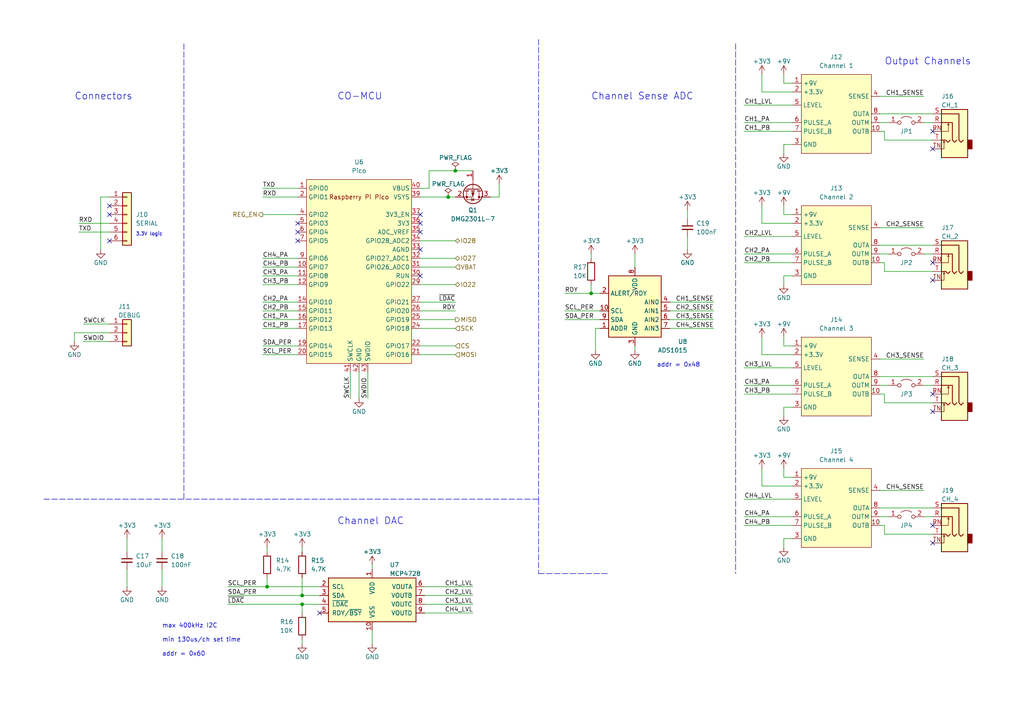
<source format=kicad_sch>
(kicad_sch (version 20211123) (generator eeschema)
  (paper "A4")
  (title_block (title "SW-3240: Main Board - Output") (date "2022-05-05") (rev "1") (company "saawsm") (comment 2 "Handles low level pulse generation using PIO") (comment 3 "Manages the channel modules. "))
  (lib_symbols
    (symbol "Analog_ADC:ADS1015IDGS"
      (property "Reference" "U" (at 2.54 13.97 0))
      (property "Value" "ADS1015IDGS" (at 7.62 11.43 0))
      (symbol "ADS1015IDGS_0_1"
        (rectangle (start -7.62 10.16) (end 7.62 -7.62) (stroke (width 0.254)) (fill (type background)))
      )
      (symbol "ADS1015IDGS_1_1"
        (pin input line (at 10.16 -5.08 180) (length 2.54) (name "ADDR") (number "1"))
        (pin input line (at 10.16 0 180) (length 2.54) (name "SCL") (number "10"))
        (pin output line (at 10.16 5.08 180) (length 2.54) (name "ALERT/RDY") (number "2"))
        (pin power_in line (at 0 -10.16 90) (length 2.54) (name "GND") (number "3"))
        (pin input line (at -10.16 2.54 0) (length 2.54) (name "AIN0") (number "4"))
        (pin input line (at -10.16 0 0) (length 2.54) (name "AIN1") (number "5"))
        (pin input line (at -10.16 -2.54 0) (length 2.54) (name "AIN2") (number "6"))
        (pin input line (at -10.16 -5.08 0) (length 2.54) (name "AIN3") (number "7"))
        (pin power_in line (at 0 12.7 270) (length 2.54) (name "VDD") (number "8"))
        (pin bidirectional line (at 10.16 -2.54 180) (length 2.54) (name "SDA") (number "9"))
      )
    )
    (symbol "Analog_DAC:MCP4728" (pin_names (offset 1.016))
      (property "Reference" "U" (at -12.7 6.35 0))
      (property "Value" "MCP4728" (at 12.7 6.35 0))
      (symbol "MCP4728_0_1"
        (rectangle (start -12.7 5.08) (end 12.7 -7.62) (stroke (width 0.254)) (fill (type background)))
      )
      (symbol "MCP4728_1_1"
        (pin power_in line (at 0 7.62 270) (length 2.54) (name "VDD") (number "1"))
        (pin power_in line (at 0 -10.16 90) (length 2.54) (name "VSS") (number "10"))
        (pin input line (at -15.24 2.54 0) (length 2.54) (name "SCL") (number "2"))
        (pin bidirectional line (at -15.24 0 0) (length 2.54) (name "SDA") (number "3"))
        (pin input line (at -15.24 -2.54 0) (length 2.54) (name "~{LDAC}") (number "4"))
        (pin output line (at -15.24 -5.08 0) (length 2.54) (name "RDY/~{BSY}") (number "5"))
        (pin output line (at 15.24 2.54 180) (length 2.54) (name "VOUTA") (number "6"))
        (pin output line (at 15.24 0 180) (length 2.54) (name "VOUTB") (number "7"))
        (pin output line (at 15.24 -2.54 180) (length 2.54) (name "VOUTC") (number "8"))
        (pin output line (at 15.24 -5.08 180) (length 2.54) (name "VOUTD") (number "9"))
      )
    )
    (symbol "Connector:AudioJack3_SwitchTR"
      (property "Reference" "J" (at 0 8.89 0))
      (property "Value" "AudioJack3_SwitchTR" (at 0 6.35 0))
      (symbol "AudioJack3_SwitchTR_0_1"
        (rectangle (start -5.08 -5.08) (end -6.35 -7.62) (stroke (width 0.254)) (fill (type outline)))
        (polyline (pts (xy 0.508 -0.254) (xy 0.762 -0.762)))
        (polyline (pts (xy 1.778 -5.334) (xy 2.032 -5.842)))
        (polyline (pts (xy 0 -5.08) (xy 0.635 -5.715) (xy 1.27 -5.08) (xy 2.54 -5.08)) (stroke (width 0.254)))
        (polyline (pts (xy 2.54 -7.62) (xy 1.778 -7.62) (xy 1.778 -5.334) (xy 1.524 -5.842)))
        (polyline (pts (xy 2.54 -2.54) (xy 0.508 -2.54) (xy 0.508 -0.254) (xy 0.254 -0.762)))
        (polyline (pts (xy -1.905 -5.08) (xy -1.27 -5.715) (xy -0.635 -5.08) (xy -0.635 0) (xy 2.54 0)) (stroke (width 0.254)))
        (polyline (pts (xy 2.54 2.54) (xy -2.54 2.54) (xy -2.54 -5.08) (xy -3.175 -5.715) (xy -3.81 -5.08)) (stroke (width 0.254)))
        (rectangle (start 2.54 3.81) (end -5.08 -10.16) (stroke (width 0.254)) (fill (type background)))
      )
      (symbol "AudioJack3_SwitchTR_1_1"
        (pin passive line (at 5.08 0 180) (length 2.54) (name "~") (number "R"))
        (pin passive line (at 5.08 -2.54 180) (length 2.54) (name "~") (number "RN"))
        (pin passive line (at 5.08 2.54 180) (length 2.54) (name "~") (number "S"))
        (pin passive line (at 5.08 -5.08 180) (length 2.54) (name "~") (number "T"))
        (pin passive line (at 5.08 -7.62 180) (length 2.54) (name "~") (number "TN"))
      )
    )
    (symbol "Connector_Generic:Conn_01x03" (pin_names (offset 1.016) hide)
      (property "Reference" "J" (at 0 5.08 0))
      (property "Value" "Conn_01x03" (at 0 -5.08 0))
      (symbol "Conn_01x03_1_1"
        (rectangle (start -1.27 -2.413) (end 0 -2.667) (stroke (width 0.1524)))
        (rectangle (start -1.27 0.127) (end 0 -0.127) (stroke (width 0.1524)))
        (rectangle (start -1.27 2.667) (end 0 2.413) (stroke (width 0.1524)))
        (rectangle (start -1.27 3.81) (end 1.27 -3.81) (stroke (width 0.254)) (fill (type background)))
        (pin passive line (at -5.08 2.54 0) (length 3.81) (name "Pin_1") (number "1"))
        (pin passive line (at -5.08 0 0) (length 3.81) (name "Pin_2") (number "2"))
        (pin passive line (at -5.08 -2.54 0) (length 3.81) (name "Pin_3") (number "3"))
      )
    )
    (symbol "Connector_Generic:Conn_01x06" (pin_names (offset 1.016) hide)
      (property "Reference" "J" (at 0 7.62 0))
      (property "Value" "Conn_01x06" (at 0 -10.16 0))
      (symbol "Conn_01x06_1_1"
        (rectangle (start -1.27 -7.493) (end 0 -7.747) (stroke (width 0.1524)))
        (rectangle (start -1.27 -4.953) (end 0 -5.207) (stroke (width 0.1524)))
        (rectangle (start -1.27 -2.413) (end 0 -2.667) (stroke (width 0.1524)))
        (rectangle (start -1.27 0.127) (end 0 -0.127) (stroke (width 0.1524)))
        (rectangle (start -1.27 2.667) (end 0 2.413) (stroke (width 0.1524)))
        (rectangle (start -1.27 5.207) (end 0 4.953) (stroke (width 0.1524)))
        (rectangle (start -1.27 6.35) (end 1.27 -8.89) (stroke (width 0.254)) (fill (type background)))
        (pin passive line (at -5.08 5.08 0) (length 3.81) (name "Pin_1") (number "1"))
        (pin passive line (at -5.08 2.54 0) (length 3.81) (name "Pin_2") (number "2"))
        (pin passive line (at -5.08 0 0) (length 3.81) (name "Pin_3") (number "3"))
        (pin passive line (at -5.08 -2.54 0) (length 3.81) (name "Pin_4") (number "4"))
        (pin passive line (at -5.08 -5.08 0) (length 3.81) (name "Pin_5") (number "5"))
        (pin passive line (at -5.08 -7.62 0) (length 3.81) (name "Pin_6") (number "6"))
      )
    )
    (symbol "Device:C_Small" (pin_numbers hide) (pin_names (offset 0.254) hide)
      (property "Reference" "C" (at 0.254 1.778 0))
      (property "Value" "C_Small" (at 0.254 -2.032 0))
      (symbol "C_Small_0_1"
        (polyline (pts (xy -1.524 -0.508) (xy 1.524 -0.508)) (stroke (width 0.3302)))
        (polyline (pts (xy -1.524 0.508) (xy 1.524 0.508)) (stroke (width 0.3048)))
      )
      (symbol "C_Small_1_1"
        (pin passive line (at 0 2.54 270) (length 2.032) (name "~") (number "1"))
        (pin passive line (at 0 -2.54 90) (length 2.032) (name "~") (number "2"))
      )
    )
    (symbol "Device:Q_PMOS_GSD" (pin_names (offset 0) hide)
      (property "Reference" "Q" (at 5.08 1.27 0))
      (property "Value" "Q_PMOS_GSD" (at 5.08 -1.27 0))
      (symbol "Q_PMOS_GSD_0_1"
        (polyline (pts (xy 0.254 0) (xy -2.54 0)))
        (polyline (pts (xy 0.254 1.905) (xy 0.254 -1.905)) (stroke (width 0.254)))
        (polyline (pts (xy 0.762 -1.27) (xy 0.762 -2.286)) (stroke (width 0.254)))
        (polyline (pts (xy 0.762 0.508) (xy 0.762 -0.508)) (stroke (width 0.254)))
        (polyline (pts (xy 0.762 2.286) (xy 0.762 1.27)) (stroke (width 0.254)))
        (polyline (pts (xy 2.54 2.54) (xy 2.54 1.778)))
        (polyline (pts (xy 2.54 -2.54) (xy 2.54 0) (xy 0.762 0)))
        (polyline (pts (xy 0.762 1.778) (xy 3.302 1.778) (xy 3.302 -1.778) (xy 0.762 -1.778)))
        (polyline (pts (xy 2.286 0) (xy 1.27 0.381) (xy 1.27 -0.381) (xy 2.286 0)) (fill (type outline)))
        (polyline (pts (xy 2.794 -0.508) (xy 2.921 -0.381) (xy 3.683 -0.381) (xy 3.81 -0.254)))
        (polyline (pts (xy 3.302 -0.381) (xy 2.921 0.254) (xy 3.683 0.254) (xy 3.302 -0.381)))
        (circle (center 1.651 0) (radius 2.794) (stroke (width 0.254)))
        (circle (center 2.54 -1.778) (radius 0.254) (fill (type outline)))
        (circle (center 2.54 1.778) (radius 0.254) (fill (type outline)))
      )
      (symbol "Q_PMOS_GSD_1_1"
        (pin input line (at -5.08 0 0) (length 2.54) (name "G") (number "1"))
        (pin passive line (at 2.54 -5.08 90) (length 2.54) (name "S") (number "2"))
        (pin passive line (at 2.54 5.08 270) (length 2.54) (name "D") (number "3"))
      )
    )
    (symbol "Device:R" (pin_numbers hide) (pin_names (offset 0))
      (property "Reference" "R" (at 2.032 0 90))
      (property "Value" "R" (at 0 0 90))
      (symbol "R_0_1"
        (rectangle (start -1.016 -2.54) (end 1.016 2.54) (stroke (width 0.254)))
      )
      (symbol "R_1_1"
        (pin passive line (at 0 3.81 270) (length 1.27) (name "~") (number "1"))
        (pin passive line (at 0 -3.81 90) (length 1.27) (name "~") (number "2"))
      )
    )
    (symbol "Jumper:Jumper_2_Open" (pin_names (offset 0) hide)
      (property "Reference" "JP" (at 0 2.794 0))
      (property "Value" "Jumper_2_Open" (at 0 -2.286 0))
      (symbol "Jumper_2_Open_0_0"
        (circle (center -2.032 0) (radius 0.508))
        (circle (center 2.032 0) (radius 0.508))
      )
      (symbol "Jumper_2_Open_0_1"
        (arc (start 1.524 1.27) (mid 0 1.778) (end -1.524 1.27))
      )
      (symbol "Jumper_2_Open_1_1"
        (pin passive line (at -5.08 0 0) (length 2.54) (name "A") (number "1"))
        (pin passive line (at 5.08 0 180) (length 2.54) (name "B") (number "2"))
      )
    )
    (symbol "SaawLib:Pico"
      (property "Reference" "U" (at -13.97 27.94 0))
      (property "Value" "Pico" (at 0 19.05 0))
      (symbol "Pico_0_0"
        (text "Raspberry Pi Pico" (at 0 21.59 0) (effects (font (size 1.27 1.27))))
      )
      (symbol "Pico_0_1"
        (rectangle (start -15.24 26.67) (end 15.24 -26.67) (fill (type background)))
      )
      (symbol "Pico_1_1"
        (pin bidirectional line (at -17.78 24.13 0) (length 2.54) (name "GPIO0") (number "1"))
        (pin bidirectional line (at -17.78 1.27 0) (length 2.54) (name "GPIO7") (number "10"))
        (pin bidirectional line (at -17.78 -1.27 0) (length 2.54) (name "GPIO8") (number "11"))
        (pin bidirectional line (at -17.78 -3.81 0) (length 2.54) (name "GPIO9") (number "12"))
        (pin passive line (at 0 -29.21 90) (length 2.54) hide (name "GND") (number "13"))
        (pin bidirectional line (at -17.78 -8.89 0) (length 2.54) (name "GPIO10") (number "14"))
        (pin bidirectional line (at -17.78 -11.43 0) (length 2.54) (name "GPIO11") (number "15"))
        (pin bidirectional line (at -17.78 -13.97 0) (length 2.54) (name "GPIO12") (number "16"))
        (pin bidirectional line (at -17.78 -16.51 0) (length 2.54) (name "GPIO13") (number "17"))
        (pin passive line (at 0 -29.21 90) (length 2.54) hide (name "GND") (number "18"))
        (pin bidirectional line (at -17.78 -21.59 0) (length 2.54) (name "GPIO14") (number "19"))
        (pin bidirectional line (at -17.78 21.59 0) (length 2.54) (name "GPIO1") (number "2"))
        (pin bidirectional line (at -17.78 -24.13 0) (length 2.54) (name "GPIO15") (number "20"))
        (pin bidirectional line (at 17.78 -24.13 180) (length 2.54) (name "GPIO16") (number "21"))
        (pin bidirectional line (at 17.78 -21.59 180) (length 2.54) (name "GPIO17") (number "22"))
        (pin passive line (at 0 -29.21 90) (length 2.54) hide (name "GND") (number "23"))
        (pin bidirectional line (at 17.78 -16.51 180) (length 2.54) (name "GPIO18") (number "24"))
        (pin bidirectional line (at 17.78 -13.97 180) (length 2.54) (name "GPIO19") (number "25"))
        (pin bidirectional line (at 17.78 -11.43 180) (length 2.54) (name "GPIO20") (number "26"))
        (pin bidirectional line (at 17.78 -8.89 180) (length 2.54) (name "GPIO21") (number "27"))
        (pin passive line (at 0 -29.21 90) (length 2.54) hide (name "GND") (number "28"))
        (pin bidirectional line (at 17.78 -3.81 180) (length 2.54) (name "GPIO22") (number "29"))
        (pin passive line (at 0 -29.21 90) (length 2.54) hide (name "GND") (number "3"))
        (pin input line (at 17.78 -1.27 180) (length 2.54) (name "RUN") (number "30"))
        (pin bidirectional line (at 17.78 1.27 180) (length 2.54) (name "GPIO26_ADC0") (number "31"))
        (pin bidirectional line (at 17.78 3.81 180) (length 2.54) (name "GPIO27_ADC1") (number "32"))
        (pin power_in line (at 17.78 6.35 180) (length 2.54) (name "AGND") (number "33"))
        (pin bidirectional line (at 17.78 8.89 180) (length 2.54) (name "GPIO28_ADC2") (number "34"))
        (pin power_in line (at 17.78 11.43 180) (length 2.54) (name "ADC_VREF") (number "35"))
        (pin power_in line (at 17.78 13.97 180) (length 2.54) (name "3V3") (number "36"))
        (pin input line (at 17.78 16.51 180) (length 2.54) (name "3V3_EN") (number "37"))
        (pin passive line (at 0 -29.21 90) (length 2.54) hide (name "GND") (number "38"))
        (pin power_in line (at 17.78 21.59 180) (length 2.54) (name "VSYS") (number "39"))
        (pin bidirectional line (at -17.78 16.51 0) (length 2.54) (name "GPIO2") (number "4"))
        (pin power_in line (at 17.78 24.13 180) (length 2.54) (name "VBUS") (number "40"))
        (pin input line (at -2.54 -29.21 90) (length 2.54) (name "SWCLK") (number "41"))
        (pin power_in line (at 0 -29.21 90) (length 2.54) (name "GND") (number "42"))
        (pin bidirectional line (at 2.54 -29.21 90) (length 2.54) (name "SWDIO") (number "43"))
        (pin bidirectional line (at -17.78 13.97 0) (length 2.54) (name "GPIO3") (number "5"))
        (pin bidirectional line (at -17.78 11.43 0) (length 2.54) (name "GPIO4") (number "6"))
        (pin bidirectional line (at -17.78 8.89 0) (length 2.54) (name "GPIO5") (number "7"))
        (pin passive line (at 0 -29.21 90) (length 2.54) hide (name "GND") (number "8"))
        (pin bidirectional line (at -17.78 3.81 0) (length 2.54) (name "GPIO6") (number "9"))
      )
    )
    (symbol "SaawLib:SW-32MO"
      (property "Reference" "J" (at 0 11.43 0))
      (property "Value" "SW-32MO" (at 0 -13.97 0))
      (symbol "SW-32MO_0_1"
        (rectangle (start -10.16 10.16) (end 10.16 -12.7) (fill (type background)))
      )
      (symbol "SW-32MO_1_1"
        (pin power_in line (at -12.7 7.62 0) (length 2.54) (name "+9V") (number "1"))
        (pin power_out line (at 12.7 -6.35 180) (length 2.54) (name "OUTB") (number "10"))
        (pin power_in line (at -12.7 5.08 0) (length 2.54) (name "+3.3V") (number "2"))
        (pin power_in line (at -12.7 -10.16 0) (length 2.54) (name "GND") (number "3"))
        (pin bidirectional line (at 12.7 3.81 180) (length 2.54) (name "SENSE") (number "4"))
        (pin bidirectional line (at -12.7 1.27 0) (length 2.54) (name "LEVEL") (number "5"))
        (pin bidirectional line (at -12.7 -3.81 0) (length 2.54) (name "PULSE_A") (number "6"))
        (pin bidirectional line (at -12.7 -6.35 0) (length 2.54) (name "PULSE_B") (number "7"))
        (pin power_out line (at 12.7 -1.27 180) (length 2.54) (name "OUTA") (number "8"))
        (pin power_out line (at 12.7 -3.81 180) (length 2.54) (name "OUTM") (number "9"))
      )
    )
    (symbol "power:+3.3V" (power) (pin_names (offset 0))
      (property "Value" "+3.3V" (at 0 3.556 0))
      (symbol "+3.3V_0_1"
        (polyline (pts (xy -0.762 1.27) (xy 0 2.54)))
        (polyline (pts (xy 0 0) (xy 0 2.54)))
        (polyline (pts (xy 0 2.54) (xy 0.762 1.27)))
      )
      (symbol "+3.3V_1_1"
        (pin power_in line (at 0 0 90) (length 0) hide (name "+3V3") (number "1"))
      )
    )
    (symbol "power:+9V" (power) (pin_names (offset 0))
      (property "Value" "+9V" (at 0 3.556 0))
      (symbol "+9V_0_1"
        (polyline (pts (xy -0.762 1.27) (xy 0 2.54)))
        (polyline (pts (xy 0 0) (xy 0 2.54)))
        (polyline (pts (xy 0 2.54) (xy 0.762 1.27)))
      )
      (symbol "+9V_1_1"
        (pin power_in line (at 0 0 90) (length 0) hide (name "+9V") (number "1"))
      )
    )
    (symbol "power:GND" (power) (pin_names (offset 0))
      (property "Value" "GND" (at 0 -3.81 0))
      (symbol "GND_0_1"
        (polyline (pts (xy 0 0) (xy 0 -1.27) (xy 1.27 -1.27) (xy 0 -2.54) (xy -1.27 -1.27) (xy 0 -1.27)))
      )
      (symbol "GND_1_1"
        (pin power_in line (at 0 0 270) (length 0) hide (name "GND") (number "1"))
      )
    )
    (symbol "power:PWR_FLAG" (power) (pin_numbers hide) (pin_names (offset 0) hide)
      (property "Value" "PWR_FLAG" (at 0 3.81 0))
      (symbol "PWR_FLAG_0_0"
        (pin power_out line (at 0 0 90) (length 0) (name "pwr") (number "1"))
      )
      (symbol "PWR_FLAG_0_1"
        (polyline (pts (xy 0 0) (xy 0 1.27) (xy -1.016 1.905) (xy 0 2.54) (xy 1.016 1.905) (xy 0 1.27)))
      )
    )
  )
  (junction (at 171.45 85.09))
  (junction (at 132.08 49.53))
  (junction (at 87.63 172.72))
  (junction (at 129.9944 57.15))
  (junction (at 87.63 175.26))
  (junction (at 77.47 170.18))
  (no_connect (at 121.92 80.01))
  (no_connect (at 121.92 64.77))
  (no_connect (at 86.36 64.77))
  (no_connect (at 121.92 67.31))
  (no_connect (at 92.71 177.8))
  (no_connect (at 31.75 62.23))
  (no_connect (at 270.51 152.4))
  (no_connect (at 86.36 67.31))
  (no_connect (at 86.36 69.85))
  (no_connect (at 270.51 76.2))
  (no_connect (at 270.51 38.1))
  (no_connect (at 31.75 59.69))
  (no_connect (at 31.75 69.85))
  (no_connect (at 270.51 119.38))
  (no_connect (at 121.92 62.23))
  (no_connect (at 270.51 43.18))
  (no_connect (at 270.51 81.28))
  (no_connect (at 270.51 114.3))
  (no_connect (at 121.92 72.39))
  (no_connect (at 270.51 157.48))
  (wire (pts (xy 220.98 59.69) (xy 220.98 64.77)))
  (wire (pts (xy 229.87 26.67) (xy 220.98 26.67)))
  (polyline (pts (xy 53.34 12.7) (xy 53.34 144.78)))
  (wire (pts (xy 163.83 85.09) (xy 171.45 85.09)))
  (wire (pts (xy 229.87 24.13) (xy 227.33 24.13)))
  (wire (pts (xy 76.2 92.71) (xy 86.36 92.71)))
  (wire (pts (xy 229.87 102.87) (xy 220.98 102.87)))
  (wire (pts (xy 163.83 92.71) (xy 173.99 92.71)))
  (wire (pts (xy 121.92 82.55) (xy 132.08 82.55)))
  (wire (pts (xy 207.01 90.17) (xy 194.31 90.17)))
  (wire (pts (xy 121.92 77.47) (xy 132.08 77.47)))
  (wire (pts (xy 256.54 76.2) (xy 256.54 78.74)))
  (wire (pts (xy 76.2 87.63) (xy 86.36 87.63)))
  (wire (pts (xy 77.47 158.75) (xy 77.47 160.02)))
  (wire (pts (xy 142.24 57.15) (xy 144.78 57.15)))
  (wire (pts (xy 106.68 107.95) (xy 106.68 115.57)))
  (polyline (pts (xy 156.21 166.37) (xy 176.53 166.37)))
  (polyline (pts (xy 12.7 144.78) (xy 156.21 144.78)))
  (wire (pts (xy 46.99 165.1) (xy 46.99 170.18)))
  (wire (pts (xy 255.27 152.4) (xy 256.54 152.4)))
  (wire (pts (xy 36.83 156.21) (xy 36.83 160.02)))
  (wire (pts (xy 104.14 107.95) (xy 104.14 115.57)))
  (wire (pts (xy 21.59 99.06) (xy 21.59 96.52)))
  (wire (pts (xy 76.2 90.17) (xy 86.36 90.17)))
  (wire (pts (xy 46.99 156.21) (xy 46.99 160.02)))
  (wire (pts (xy 255.27 38.1) (xy 256.54 38.1)))
  (wire (pts (xy 137.16 170.18) (xy 123.19 170.18)))
  (wire (pts (xy 137.16 177.8) (xy 123.19 177.8)))
  (wire (pts (xy 256.54 78.74) (xy 270.51 78.74)))
  (wire (pts (xy 66.04 170.18) (xy 77.47 170.18)))
  (wire (pts (xy 255.27 73.66) (xy 257.81 73.66)))
  (wire (pts (xy 215.9 144.78) (xy 229.87 144.78)))
  (wire (pts (xy 267.97 66.04) (xy 255.27 66.04)))
  (wire (pts (xy 66.04 175.26) (xy 87.63 175.26)))
  (wire (pts (xy 137.16 172.72) (xy 123.19 172.72)))
  (wire (pts (xy 227.33 44.45) (xy 227.33 41.91)))
  (wire (pts (xy 267.97 111.76) (xy 270.51 111.76)))
  (wire (pts (xy 77.47 167.64) (xy 77.47 170.18)))
  (wire (pts (xy 121.92 57.15) (xy 129.9944 57.15)))
  (wire (pts (xy 21.59 96.52) (xy 31.75 96.52)))
  (wire (pts (xy 76.2 80.01) (xy 86.36 80.01)))
  (wire (pts (xy 124.46 49.53) (xy 132.08 49.53)))
  (wire (pts (xy 220.98 97.79) (xy 220.98 102.87)))
  (wire (pts (xy 267.97 104.14) (xy 255.27 104.14)))
  (wire (pts (xy 31.75 67.31) (xy 22.86 67.31)))
  (wire (pts (xy 227.33 41.91) (xy 229.87 41.91)))
  (wire (pts (xy 121.92 90.17) (xy 132.08 90.17)))
  (wire (pts (xy 121.92 100.33) (xy 132.08 100.33)))
  (wire (pts (xy 171.45 73.66) (xy 171.45 74.93)))
  (wire (pts (xy 121.92 69.85) (xy 132.08 69.85)))
  (wire (pts (xy 121.92 54.61) (xy 124.46 54.61)))
  (wire (pts (xy 121.92 92.71) (xy 132.08 92.71)))
  (wire (pts (xy 267.97 35.56) (xy 270.51 35.56)))
  (wire (pts (xy 215.9 149.86) (xy 229.87 149.86)))
  (wire (pts (xy 172.72 95.25) (xy 172.72 101.6)))
  (wire (pts (xy 76.2 57.15) (xy 86.36 57.15)))
  (wire (pts (xy 227.33 120.65) (xy 227.33 118.11)))
  (wire (pts (xy 76.2 100.33) (xy 86.36 100.33)))
  (wire (pts (xy 121.92 102.87) (xy 132.08 102.87)))
  (wire (pts (xy 227.33 158.75) (xy 227.33 156.21)))
  (wire (pts (xy 255.27 33.02) (xy 270.51 33.02)))
  (wire (pts (xy 227.33 118.11) (xy 229.87 118.11)))
  (wire (pts (xy 87.63 158.75) (xy 87.63 160.02)))
  (wire (pts (xy 215.9 35.56) (xy 229.87 35.56)))
  (wire (pts (xy 256.54 38.1) (xy 256.54 40.64)))
  (wire (pts (xy 227.33 138.43) (xy 227.33 135.89)))
  (wire (pts (xy 31.75 57.15) (xy 29.21 57.15)))
  (wire (pts (xy 36.83 165.1) (xy 36.83 170.18)))
  (wire (pts (xy 255.27 114.3) (xy 256.54 114.3)))
  (wire (pts (xy 227.33 100.33) (xy 227.33 97.79)))
  (wire (pts (xy 255.27 35.56) (xy 257.81 35.56)))
  (wire (pts (xy 129.9944 57.15) (xy 132.08 57.15)))
  (wire (pts (xy 229.87 100.33) (xy 227.33 100.33)))
  (wire (pts (xy 163.83 90.17) (xy 173.99 90.17)))
  (wire (pts (xy 171.45 82.55) (xy 171.45 85.09)))
  (wire (pts (xy 207.01 87.63) (xy 194.31 87.63)))
  (wire (pts (xy 121.92 87.63) (xy 132.08 87.63)))
  (polyline (pts (xy 213.36 12.7) (xy 213.36 166.37)))
  (wire (pts (xy 107.95 163.83) (xy 107.95 165.1)))
  (wire (pts (xy 220.98 135.89) (xy 220.98 140.97)))
  (wire (pts (xy 87.63 172.72) (xy 92.71 172.72)))
  (wire (pts (xy 215.9 38.1) (xy 229.87 38.1)))
  (wire (pts (xy 220.98 21.59) (xy 220.98 26.67)))
  (wire (pts (xy 77.47 170.18) (xy 92.71 170.18)))
  (wire (pts (xy 256.54 114.3) (xy 256.54 116.84)))
  (wire (pts (xy 267.97 27.94) (xy 255.27 27.94)))
  (wire (pts (xy 31.75 99.06) (xy 24.13 99.06)))
  (wire (pts (xy 255.27 76.2) (xy 256.54 76.2)))
  (wire (pts (xy 267.97 142.24) (xy 255.27 142.24)))
  (wire (pts (xy 76.2 77.47) (xy 86.36 77.47)))
  (wire (pts (xy 171.45 85.09) (xy 173.99 85.09)))
  (wire (pts (xy 227.33 62.23) (xy 227.33 59.69)))
  (wire (pts (xy 199.39 60.96) (xy 199.39 63.5)))
  (wire (pts (xy 267.97 73.66) (xy 270.51 73.66)))
  (wire (pts (xy 255.27 149.86) (xy 257.81 149.86)))
  (polyline (pts (xy 156.21 11.43) (xy 156.21 144.78)))
  (wire (pts (xy 215.9 68.58) (xy 229.87 68.58)))
  (wire (pts (xy 255.27 109.22) (xy 270.51 109.22)))
  (wire (pts (xy 229.87 64.77) (xy 220.98 64.77)))
  (wire (pts (xy 87.63 175.26) (xy 92.71 175.26)))
  (wire (pts (xy 229.87 138.43) (xy 227.33 138.43)))
  (wire (pts (xy 101.6 107.95) (xy 101.6 115.57)))
  (wire (pts (xy 215.9 114.3) (xy 229.87 114.3)))
  (wire (pts (xy 184.15 73.66) (xy 184.15 77.47)))
  (wire (pts (xy 107.95 182.88) (xy 107.95 186.69)))
  (wire (pts (xy 184.15 101.6) (xy 184.15 100.33)))
  (wire (pts (xy 87.63 167.64) (xy 87.63 172.72)))
  (wire (pts (xy 172.72 95.25) (xy 173.99 95.25)))
  (wire (pts (xy 215.9 76.2) (xy 229.87 76.2)))
  (wire (pts (xy 256.54 40.64) (xy 270.51 40.64)))
  (wire (pts (xy 87.63 185.42) (xy 87.63 186.69)))
  (wire (pts (xy 144.78 53.34) (xy 144.78 57.15)))
  (wire (pts (xy 124.46 54.61) (xy 124.46 49.53)))
  (wire (pts (xy 76.2 74.93) (xy 86.36 74.93)))
  (wire (pts (xy 229.87 140.97) (xy 220.98 140.97)))
  (wire (pts (xy 207.01 92.71) (xy 194.31 92.71)))
  (wire (pts (xy 121.92 95.25) (xy 132.08 95.25)))
  (wire (pts (xy 256.54 154.94) (xy 270.51 154.94)))
  (wire (pts (xy 76.2 102.87) (xy 86.36 102.87)))
  (wire (pts (xy 267.97 149.86) (xy 270.51 149.86)))
  (wire (pts (xy 132.08 49.53) (xy 137.16 49.53)))
  (wire (pts (xy 227.33 156.21) (xy 229.87 156.21)))
  (wire (pts (xy 227.33 82.55) (xy 227.33 80.01)))
  (wire (pts (xy 215.9 73.66) (xy 229.87 73.66)))
  (wire (pts (xy 86.36 54.61) (xy 76.2 54.61)))
  (wire (pts (xy 31.75 93.98) (xy 24.13 93.98)))
  (wire (pts (xy 215.9 111.76) (xy 229.87 111.76)))
  (polyline (pts (xy 156.21 144.78) (xy 156.21 166.37)))
  (wire (pts (xy 87.63 175.26) (xy 87.63 177.8)))
  (wire (pts (xy 227.33 24.13) (xy 227.33 21.59)))
  (wire (pts (xy 255.27 147.32) (xy 270.51 147.32)))
  (wire (pts (xy 66.04 172.72) (xy 87.63 172.72)))
  (wire (pts (xy 256.54 116.84) (xy 270.51 116.84)))
  (wire (pts (xy 207.01 95.25) (xy 194.31 95.25)))
  (wire (pts (xy 256.54 152.4) (xy 256.54 154.94)))
  (wire (pts (xy 215.9 30.48) (xy 229.87 30.48)))
  (wire (pts (xy 215.9 106.68) (xy 229.87 106.68)))
  (wire (pts (xy 31.75 64.77) (xy 22.86 64.77)))
  (wire (pts (xy 76.2 95.25) (xy 86.36 95.25)))
  (wire (pts (xy 76.2 82.55) (xy 86.36 82.55)))
  (wire (pts (xy 227.33 80.01) (xy 229.87 80.01)))
  (wire (pts (xy 137.16 175.26) (xy 123.19 175.26)))
  (wire (pts (xy 199.39 68.58) (xy 199.39 72.39)))
  (wire (pts (xy 29.21 57.15) (xy 29.21 72.39)))
  (wire (pts (xy 86.36 62.23) (xy 76.2 62.23)))
  (wire (pts (xy 121.92 74.93) (xy 132.08 74.93)))
  (wire (pts (xy 215.9 152.4) (xy 229.87 152.4)))
  (wire (pts (xy 229.87 62.23) (xy 227.33 62.23)))
  (wire (pts (xy 255.27 71.12) (xy 270.51 71.12)))
  (wire (pts (xy 255.27 111.76) (xy 257.81 111.76)))
  (text "CO-MCU" (at 97.79 29.21 0) (effects (font (size 2 2)) (justify left bottom)))
  (text "3.3V logic" (at 39.37 68.58 0) (effects (font (size 1 1)) (justify left bottom)))
  (text "addr = 0x48" (at 190.5 106.68 0) (effects (font (size 1.27 1.27)) (justify left bottom)))
  (text "Channel Sense ADC" (at 171.45 29.21 0) (effects (font (size 2 2)) (justify left bottom)))
  (text "Output Channels" (at 256.54 19.05 0) (effects (font (size 2 2)) (justify left bottom)))
  (text "Channel DAC\n" (at 97.79 152.4 0) (effects (font (size 2 2)) (justify left bottom)))
  (text "max 400kHz I2C\n\nmin 130us/ch set time\n\naddr = 0x60" (at 46.99 190.5 0) (effects (font (size 1.27 1.27)) (justify left bottom)))
  (text "Connectors" (at 21.59 29.21 0) (effects (font (size 2 2)) (justify left bottom)))
  (label "CH4_LVL" (at 137.16 177.8 180))
  (label "CH2_PA" (at 215.9 73.66 0))
  (label "CH1_PA" (at 215.9 35.56 0))
  (label "CH2_PB" (at 215.9 76.2 0))
  (label "CH3_PA" (at 76.2 80.01 0))
  (label "SCL_PER" (at 163.83 90.17 0))
  (label "CH1_PB" (at 215.9 38.1 0))
  (label "CH4_PA" (at 76.2 74.93 0))
  (label "CH2_PA" (at 76.2 87.63 0))
  (label "CH2_SENSE" (at 267.97 66.04 180))
  (label "CH3_SENSE" (at 267.97 104.14 180))
  (label "RXD" (at 22.86 64.77 0))
  (label "CH3_PA" (at 215.9 111.76 0))
  (label "CH3_LVL" (at 137.16 175.26 180))
  (label "SWDIO" (at 106.68 115.57 90))
  (label "CH1_PB" (at 76.2 95.25 0))
  (label "CH2_LVL" (at 215.9 68.58 0))
  (label "SCL_PER" (at 76.2 102.87 0))
  (label "CH1_SENSE" (at 207.01 87.63 180))
  (label "CH2_LVL" (at 137.16 172.72 180))
  (label "TXD" (at 76.2 54.61 0))
  (label "CH4_SENSE" (at 207.01 95.25 180))
  (label "~{LDAC}" (at 132.08 87.63 180))
  (label "CH1_LVL" (at 137.16 170.18 180))
  (label "CH1_LVL" (at 215.9 30.48 0))
  (label "RXD" (at 76.2 57.15 0))
  (label "CH4_SENSE" (at 267.97 142.24 180))
  (label "SDA_PER" (at 66.04 172.72 0))
  (label "CH4_PA" (at 215.9 149.86 0))
  (label "CH4_PB" (at 215.9 152.4 0))
  (label "SCL_PER" (at 66.04 170.18 0))
  (label "CH4_PB" (at 76.2 77.47 0))
  (label "SWDIO" (at 24.13 99.06 0))
  (label "TXD" (at 22.86 67.31 0))
  (label "CH3_SENSE" (at 207.01 92.71 180))
  (label "SWCLK" (at 101.6 115.57 90))
  (label "CH3_PB" (at 215.9 114.3 0))
  (label "CH1_PA" (at 76.2 92.71 0))
  (label "SWCLK" (at 24.13 93.98 0))
  (label "~{LDAC}" (at 66.04 175.26 0))
  (label "CH4_LVL" (at 215.9 144.78 0))
  (label "CH1_SENSE" (at 267.97 27.94 180))
  (label "RDY" (at 163.83 85.09 0))
  (label "CH3_LVL" (at 215.9 106.68 0))
  (label "RDY" (at 132.08 90.17 180))
  (label "SDA_PER" (at 76.2 100.33 0))
  (label "CH2_SENSE" (at 207.01 90.17 180))
  (label "CH3_PB" (at 76.2 82.55 0))
  (label "CH2_PB" (at 76.2 90.17 0))
  (label "SDA_PER" (at 163.83 92.71 0))
  (hierarchical_label "REG_EN" (shape output) (at 76.2 62.23 180))
  (hierarchical_label "CS" (shape input) (at 132.08 100.33 0))
  (hierarchical_label "SCK" (shape input) (at 132.08 95.25 0))
  (hierarchical_label "MISO" (shape output) (at 132.08 92.71 0))
  (hierarchical_label "IO27" (shape bidirectional) (at 132.08 74.93 0))
  (hierarchical_label "MOSI" (shape input) (at 132.08 102.87 0))
  (hierarchical_label "VBAT" (shape input) (at 132.08 77.47 0))
  (hierarchical_label "IO28" (shape bidirectional) (at 132.08 69.85 0))
  (hierarchical_label "IO22" (shape bidirectional) (at 132.08 82.55 0))
  (symbol (lib_id "power:GND") (at 46.99 170.18 0) (unit 1)
    (property "Reference" "#PWR059" (effects hide))
    (property "Value" "GND" (at 46.99 173.99 0))
  )
  (symbol (lib_id "SaawLib:SW-32MO") (at 242.57 107.95 0) (unit 1) (in_bom no)
    (property "Reference" "J14" (at 242.57 92.71 0))
    (property "Value" "Channel 3" (at 242.57 95.25 0))
    (property "Footprint" "SaawLib:SW-32MO_Socket" (effects hide))
  )
  (symbol (lib_id "power:+9V") (at 227.33 135.89 0) (unit 1)
    (property "Reference" "#PWR083" (effects hide))
    (property "Value" "+9V" (at 227.33 132.08 0))
  )
  (symbol (lib_id "power:GND") (at 107.95 186.69 0) (unit 1)
    (property "Reference" "#PWR065" (effects hide))
    (property "Value" "GND" (at 107.95 190.5 0))
  )
  (symbol (lib_id "power:+3.3V") (at 220.98 135.89 0) (unit 1)
    (property "Reference" "#PWR076" (effects hide))
    (property "Value" "+3.3V" (at 220.98 132.08 0))
  )
  (symbol (lib_id "power:PWR_FLAG") (at 132.08 49.53 0) (unit 1)
    (property "Reference" "#FLG07" (effects hide))
    (property "Value" "PWR_FLAG" (at 127.3032 45.7454 0) (effects (justify left)))
  )
  (symbol (lib_id "Device:R") (at 77.47 163.83 0) (unit 1)
    (property "Reference" "R14" (at 80.01 162.5599 0) (effects (justify left)))
    (property "Value" "4.7K" (at 80.01 165.0999 0) (effects (justify left)))
    (property "Footprint" "Resistor_SMD:R_0603_1608Metric" (effects hide))
    (property "MOUSER" "603-RC0603FR-074K7L" (effects hide))
    (property "MPN" "RC0603FR-074K7L" (effects hide))
    (property "LCSC" "C99782" (effects hide))
  )
  (symbol (lib_id "Device:C_Small") (at 36.83 162.56 0) (unit 1)
    (property "Reference" "C17" (at 39.37 161.29 0) (effects (justify left)))
    (property "Value" "10uF" (at 39.37 163.83 0) (effects (justify left)))
    (property "Footprint" "Capacitor_SMD:C_0603_1608Metric" (effects hide))
    (property "MOUSER" "187-CL10A106MA8NRNC" (effects hide))
    (property "MPN" "CL10A106MA8NRNC" (effects hide))
    (property "LCSC" "C2922482" (effects hide))
  )
  (symbol (lib_id "power:+3.3V") (at 199.39 60.96 0) (unit 1)
    (property "Reference" "#PWR071" (effects hide))
    (property "Value" "+3.3V" (at 199.39 57.15 0))
  )
  (symbol (lib_id "SaawLib:Pico") (at 104.14 78.74 0) (unit 1)
    (property "Reference" "U6" (at 104.14 46.99 0))
    (property "Value" "Pico" (at 104.14 49.53 0))
    (property "Footprint" "SaawLib:RPi_Pico_SMD" (effects hide))
    (property "MOUSER" "713-102110537" (effects hide))
    (property "MPN" "RASPBERRY PI PICO (UNSOLDERED)" (effects hide))
  )
  (symbol (lib_id "power:+3.3V") (at 171.45 73.66 0) (unit 1)
    (property "Reference" "#PWR067" (effects hide))
    (property "Value" "+3.3V" (at 171.45 69.85 0))
  )
  (symbol (lib_id "Device:C_Small") (at 199.39 66.04 0) (unit 1)
    (property "Reference" "C19" (at 201.93 64.77 0) (effects (justify left)))
    (property "Value" "100nF" (at 201.93 67.31 0) (effects (justify left)))
    (property "Footprint" "Capacitor_SMD:C_0603_1608Metric" (effects hide))
    (property "MOUSER" "187-CL10B104KB8NNNC" (effects hide))
    (property "MPN" "CL10B104KB8NNNC" (effects hide))
    (property "LCSC" "C1591" (effects hide))
  )
  (symbol (lib_id "power:+3.3V") (at 220.98 59.69 0) (unit 1)
    (property "Reference" "#PWR074" (effects hide))
    (property "Value" "+3.3V" (at 220.98 55.88 0))
  )
  (symbol (lib_id "Jumper:Jumper_2_Open") (at 262.89 149.86 0) (unit 1) (in_bom no)
    (property "Reference" "JP4" (at 262.89 152.4 0))
    (property "Value" "JP4" (effects hide))
    (property "Footprint" "Connector_PinHeader_2.54mm:PinHeader_1x02_P2.54mm_Vertical" (effects hide))
  )
  (symbol (lib_id "Jumper:Jumper_2_Open") (at 262.89 111.76 0) (unit 1) (in_bom no)
    (property "Reference" "JP3" (at 262.89 114.3 0))
    (property "Value" "JP3" (effects hide))
    (property "Footprint" "Connector_PinHeader_2.54mm:PinHeader_1x02_P2.54mm_Vertical" (effects hide))
  )
  (symbol (lib_id "power:+9V") (at 227.33 59.69 0) (unit 1)
    (property "Reference" "#PWR079" (effects hide))
    (property "Value" "+9V" (at 227.33 55.88 0))
  )
  (symbol (lib_id "power:GND") (at 29.21 72.39 0) (mirror y) (unit 1)
    (property "Reference" "#PWR055" (effects hide))
    (property "Value" "GND" (at 29.21 76.2 0))
  )
  (symbol (lib_id "Jumper:Jumper_2_Open") (at 262.89 73.66 0) (unit 1) (in_bom no)
    (property "Reference" "JP2" (at 262.89 76.2 0))
    (property "Value" "JP2" (effects hide))
    (property "Footprint" "Connector_PinHeader_2.54mm:PinHeader_1x02_P2.54mm_Vertical" (effects hide))
  )
  (symbol (lib_id "power:+3.3V") (at 36.83 156.21 0) (unit 1)
    (property "Reference" "#PWR056" (effects hide))
    (property "Value" "+3.3V" (at 36.83 152.4 0))
  )
  (symbol (lib_id "power:GND") (at 184.15 101.6 0) (unit 1)
    (property "Reference" "#PWR070" (effects hide))
    (property "Value" "GND" (at 184.15 105.41 0))
  )
  (symbol (lib_id "power:+9V") (at 227.33 21.59 0) (unit 1)
    (property "Reference" "#PWR077" (effects hide))
    (property "Value" "+9V" (at 227.33 17.78 0))
  )
  (symbol (lib_id "Analog_DAC:MCP4728") (at 107.95 172.72 0) (unit 1)
    (property "Reference" "U7" (at 113.03 163.83 0) (effects (justify left)))
    (property "Value" "MCP4728" (at 113.03 166.37 0) (effects (justify left)))
    (property "Footprint" "Package_SO:MSOP-10_3x3mm_P0.5mm" (effects hide))
    (property "Datasheet" "http://ww1.microchip.com/downloads/en/DeviceDoc/22187E.pdf" (effects hide))
    (property "MPN" "MCP4728-E/UN" (effects hide))
    (property "LCSC" "C108207" (effects hide))
    (property "MOUSER" "579-MCP4728-E/UN" (effects hide))
  )
  (symbol (lib_id "power:GND") (at 227.33 44.45 0) (unit 1)
    (property "Reference" "#PWR078" (effects hide))
    (property "Value" "GND" (at 227.33 48.26 0))
  )
  (symbol (lib_id "power:+3.3V") (at 220.98 21.59 0) (unit 1)
    (property "Reference" "#PWR073" (effects hide))
    (property "Value" "+3.3V" (at 220.98 17.78 0))
  )
  (symbol (lib_id "Connector:AudioJack3_SwitchTR") (at 275.59 111.76 0) (mirror y) (unit 1)
    (property "Reference" "J18" (at 273.05 104.14 0) (effects (justify right)))
    (property "Value" "CH_3" (at 273.05 106.68 0) (effects (justify right)))
    (property "Footprint" "SaawLib:STX-3100-5N" (effects hide))
    (property "MPN" "STX-3100-5N" (effects hide))
    (property "MOUSER" "806-STX-3100-5N" (effects hide))
  )
  (symbol (lib_id "power:GND") (at 87.63 186.69 0) (unit 1)
    (property "Reference" "#PWR062" (effects hide))
    (property "Value" "GND" (at 87.63 190.5 0))
  )
  (symbol (lib_id "power:+3.3V") (at 107.95 163.83 0) (unit 1)
    (property "Reference" "#PWR064" (effects hide))
    (property "Value" "+3.3V" (at 107.95 160.02 0))
  )
  (symbol (lib_id "Analog_ADC:ADS1015IDGS") (at 184.15 90.17 0) (mirror y) (unit 1)
    (property "Reference" "U8" (at 199.39 99.06 0) (effects (justify left)))
    (property "Value" "ADS1015" (at 199.39 101.6 0) (effects (justify left)))
    (property "Footprint" "Package_SO:TSSOP-10_3x3mm_P0.5mm" (effects hide))
    (property "Datasheet" "http://www.ti.com/lit/ds/symlink/ads1015.pdf" (effects hide))
    (property "LCSC" "C193969" (effects hide))
    (property "MOUSER" "595-ADS1015IDGSR" (effects hide))
    (property "MPN" "ADS1015IDGSR" (effects hide))
  )
  (symbol (lib_id "power:GND") (at 36.83 170.18 0) (unit 1)
    (property "Reference" "#PWR057" (effects hide))
    (property "Value" "GND" (at 36.83 173.99 0))
  )
  (symbol (lib_id "power:+3.3V") (at 220.98 97.79 0) (unit 1)
    (property "Reference" "#PWR075" (effects hide))
    (property "Value" "+3.3V" (at 220.98 93.98 0))
  )
  (symbol (lib_id "power:GND") (at 227.33 158.75 0) (unit 1)
    (property "Reference" "#PWR084" (effects hide))
    (property "Value" "GND" (at 227.33 162.56 0))
  )
  (symbol (lib_id "Device:R") (at 87.63 163.83 0) (unit 1)
    (property "Reference" "R15" (at 90.17 162.5599 0) (effects (justify left)))
    (property "Value" "4.7K" (at 90.17 165.0999 0) (effects (justify left)))
    (property "Footprint" "Resistor_SMD:R_0603_1608Metric" (effects hide))
    (property "MOUSER" "603-RC0603FR-074K7L" (effects hide))
    (property "MPN" "RC0603FR-074K7L" (effects hide))
    (property "LCSC" "C99782" (effects hide))
  )
  (symbol (lib_id "power:+3.3V") (at 46.99 156.21 0) (unit 1)
    (property "Reference" "#PWR058" (effects hide))
    (property "Value" "+3.3V" (at 46.99 152.4 0))
  )
  (symbol (lib_id "Device:Q_PMOS_GSD") (at 137.16 54.61 270) (unit 1)
    (property "Reference" "Q1" (at 137.16 60.96 90))
    (property "Value" "DMG2301L-7" (at 137.16 63.5 90))
    (property "Footprint" "Package_TO_SOT_SMD:SOT-23" (effects hide))
    (property "MPN" "DMG2301L-7" (effects hide))
    (property "LCSC" "C102619" (effects hide))
    (property "MOUSER" "621-DMG2301L-7" (effects hide))
  )
  (symbol (lib_id "Connector:AudioJack3_SwitchTR") (at 275.59 73.66 0) (mirror y) (unit 1)
    (property "Reference" "J17" (at 273.05 66.04 0) (effects (justify right)))
    (property "Value" "CH_2" (at 273.05 68.58 0) (effects (justify right)))
    (property "Footprint" "SaawLib:STX-3100-5N" (effects hide))
    (property "MPN" "STX-3100-5N" (effects hide))
    (property "MOUSER" "806-STX-3100-5N" (effects hide))
  )
  (symbol (lib_id "power:+3.3V") (at 77.47 158.75 0) (unit 1)
    (property "Reference" "#PWR060" (effects hide))
    (property "Value" "+3.3V" (at 77.47 154.94 0))
  )
  (symbol (lib_id "power:+3.3V") (at 144.78 53.34 0) (unit 1)
    (property "Reference" "#PWR066" (effects hide))
    (property "Value" "+3.3V" (at 144.78 49.53 0))
  )
  (symbol (lib_id "Connector:AudioJack3_SwitchTR") (at 275.59 35.56 0) (mirror y) (unit 1)
    (property "Reference" "J16" (at 273.05 27.94 0) (effects (justify right)))
    (property "Value" "CH_1" (at 273.05 30.48 0) (effects (justify right)))
    (property "Footprint" "SaawLib:STX-3100-5N" (effects hide))
    (property "MPN" "STX-3100-5N" (effects hide))
    (property "MOUSER" "806-STX-3100-5N" (effects hide))
  )
  (symbol (lib_id "power:GND") (at 21.59 99.06 0) (unit 1)
    (property "Reference" "#PWR054" (effects hide))
    (property "Value" "GND" (at 21.59 102.87 0))
  )
  (symbol (lib_id "power:GND") (at 199.39 72.39 0) (unit 1)
    (property "Reference" "#PWR072" (effects hide))
    (property "Value" "GND" (at 199.39 76.2 0))
  )
  (symbol (lib_id "Device:R") (at 171.45 78.74 180) (unit 1)
    (property "Reference" "R17" (at 170.18 77.47 0) (effects (justify left)))
    (property "Value" "10K" (at 170.18 80.01 0) (effects (justify left)))
    (property "Footprint" "Resistor_SMD:R_0603_1608Metric" (effects hide))
    (property "MOUSER" "603-RC0603FR-0710KL" (effects hide))
    (property "MPN" "RC0603FR-0710KL" (effects hide))
    (property "LCSC" "C98220" (effects hide))
  )
  (symbol (lib_id "power:GND") (at 104.14 115.57 0) (unit 1)
    (property "Reference" "#PWR063" (effects hide))
    (property "Value" "GND" (at 104.14 119.38 0))
  )
  (symbol (lib_id "Connector_Generic:Conn_01x03") (at 36.83 96.52 0) (unit 1) (in_bom no)
    (property "Reference" "J11" (at 34.29 88.9 0) (effects (justify left)))
    (property "Value" "DEBUG" (at 34.29 91.44 0) (effects (justify left)))
    (property "Footprint" "Connector_PinHeader_2.54mm:PinHeader_1x03_P2.54mm_Vertical" (effects hide))
  )
  (symbol (lib_id "SaawLib:SW-32MO") (at 242.57 31.75 0) (unit 1) (in_bom no)
    (property "Reference" "J12" (at 242.57 16.51 0))
    (property "Value" "Channel 1" (at 242.57 19.05 0))
    (property "Footprint" "SaawLib:SW-32MO_Socket" (effects hide))
  )
  (symbol (lib_id "power:+3.3V") (at 87.63 158.75 0) (unit 1)
    (property "Reference" "#PWR061" (effects hide))
    (property "Value" "+3.3V" (at 87.63 154.94 0))
  )
  (symbol (lib_id "power:GND") (at 172.72 101.6 0) (unit 1)
    (property "Reference" "#PWR068" (effects hide))
    (property "Value" "GND" (at 172.72 105.41 0))
  )
  (symbol (lib_id "power:+3.3V") (at 184.15 73.66 0) (unit 1)
    (property "Reference" "#PWR069" (effects hide))
    (property "Value" "+3.3V" (at 184.15 69.85 0))
  )
  (symbol (lib_id "power:GND") (at 227.33 82.55 0) (unit 1)
    (property "Reference" "#PWR080" (effects hide))
    (property "Value" "GND" (at 227.33 86.36 0))
  )
  (symbol (lib_id "Jumper:Jumper_2_Open") (at 262.89 35.56 0) (unit 1) (in_bom no)
    (property "Reference" "JP1" (at 262.89 38.1 0))
    (property "Value" "JP1" (effects hide))
    (property "Footprint" "Connector_PinHeader_2.54mm:PinHeader_1x02_P2.54mm_Vertical" (effects hide))
  )
  (symbol (lib_id "power:+9V") (at 227.33 97.79 0) (unit 1)
    (property "Reference" "#PWR081" (effects hide))
    (property "Value" "+9V" (at 227.33 93.98 0))
  )
  (symbol (lib_id "Connector:AudioJack3_SwitchTR") (at 275.59 149.86 0) (mirror y) (unit 1)
    (property "Reference" "J19" (at 273.05 142.24 0) (effects (justify right)))
    (property "Value" "CH_4" (at 273.05 144.78 0) (effects (justify right)))
    (property "Footprint" "SaawLib:STX-3100-5N" (effects hide))
    (property "MPN" "STX-3100-5N" (effects hide))
    (property "MOUSER" "806-STX-3100-5N" (effects hide))
  )
  (symbol (lib_id "power:PWR_FLAG") (at 129.9944 57.15 0) (unit 1)
    (property "Reference" "#FLG06" (effects hide))
    (property "Value" "PWR_FLAG" (at 125.2176 53.3654 0) (effects (justify left)))
  )
  (symbol (lib_id "power:GND") (at 227.33 120.65 0) (unit 1)
    (property "Reference" "#PWR082" (effects hide))
    (property "Value" "GND" (at 227.33 124.46 0))
  )
  (symbol (lib_id "SaawLib:SW-32MO") (at 242.57 69.85 0) (unit 1) (in_bom no)
    (property "Reference" "J13" (at 242.57 54.61 0))
    (property "Value" "Channel 2" (at 242.57 57.15 0))
    (property "Footprint" "SaawLib:SW-32MO_Socket" (effects hide))
  )
  (symbol (lib_id "Device:R") (at 87.63 181.61 180) (unit 1)
    (property "Reference" "R16" (at 85.09 180.3399 0) (effects (justify left)))
    (property "Value" "10K" (at 85.09 182.8799 0) (effects (justify left)))
    (property "Footprint" "Resistor_SMD:R_0603_1608Metric" (effects hide))
    (property "LCSC" "C98220" (effects hide))
    (property "MOUSER" "603-RC0603FR-0710KL" (effects hide))
    (property "MPN" "RC0603FR-0710KL" (effects hide))
  )
  (symbol (lib_id "Connector_Generic:Conn_01x06") (at 36.83 62.23 0) (unit 1) (in_bom no)
    (property "Reference" "J10" (at 39.37 62.2299 0) (effects (justify left)))
    (property "Value" "SERIAL" (at 39.37 64.7699 0) (effects (justify left)))
    (property "Footprint" "Connector_PinHeader_2.54mm:PinHeader_1x06_P2.54mm_Vertical" (effects hide))
  )
  (symbol (lib_id "SaawLib:SW-32MO") (at 242.57 146.05 0) (unit 1) (in_bom no)
    (property "Reference" "J15" (at 242.57 130.81 0))
    (property "Value" "Channel 4" (at 242.57 133.35 0))
    (property "Footprint" "SaawLib:SW-32MO_Socket" (effects hide))
  )
  (symbol (lib_id "Device:C_Small") (at 46.99 162.56 0) (unit 1)
    (property "Reference" "C18" (at 49.53 161.29 0) (effects (justify left)))
    (property "Value" "100nF" (at 49.53 163.83 0) (effects (justify left)))
    (property "Footprint" "Capacitor_SMD:C_0603_1608Metric" (effects hide))
    (property "MOUSER" "187-CL10B104KB8NNNC" (effects hide))
    (property "MPN" "CL10B104KB8NNNC" (effects hide))
    (property "LCSC" "C1591" (effects hide))
  )
)
</source>
